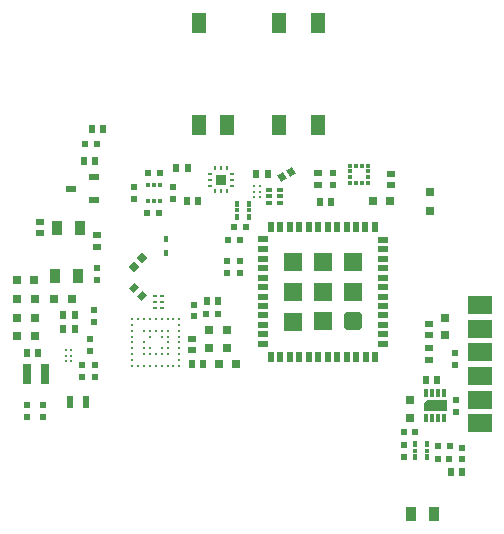
<source format=gbp>
G04*
G04 #@! TF.GenerationSoftware,Altium Limited,Altium Designer,19.1.9 (167)*
G04*
G04 Layer_Color=128*
%FSAX25Y25*%
%MOIN*%
G70*
G01*
G75*
%ADD28R,0.01575X0.01968*%
%ADD29R,0.07874X0.05906*%
%ADD30R,0.03543X0.05118*%
%ADD31R,0.01575X0.01968*%
%ADD32R,0.01575X0.01181*%
%ADD33R,0.02362X0.01968*%
%ADD34R,0.01968X0.02362*%
%ADD35R,0.03150X0.03150*%
%ADD36R,0.02362X0.02520*%
%ADD37R,0.01181X0.02756*%
%ADD38R,0.03937X0.01968*%
%ADD39R,0.02520X0.02362*%
%ADD40R,0.05906X0.05906*%
G04:AMPARAMS|DCode=41|XSize=59.06mil|YSize=59.06mil|CornerRadius=5.91mil|HoleSize=0mil|Usage=FLASHONLY|Rotation=90.000|XOffset=0mil|YOffset=0mil|HoleType=Round|Shape=RoundedRectangle|*
%AMROUNDEDRECTD41*
21,1,0.05906,0.04724,0,0,90.0*
21,1,0.04724,0.05906,0,0,90.0*
1,1,0.01181,0.02362,0.02362*
1,1,0.01181,0.02362,-0.02362*
1,1,0.01181,-0.02362,-0.02362*
1,1,0.01181,-0.02362,0.02362*
%
%ADD41ROUNDEDRECTD41*%
%ADD44R,0.03150X0.03150*%
%ADD45R,0.01181X0.01181*%
%ADD46R,0.01181X0.01181*%
G04:AMPARAMS|DCode=47|XSize=24.41mil|YSize=22.44mil|CornerRadius=0mil|HoleSize=0mil|Usage=FLASHONLY|Rotation=120.000|XOffset=0mil|YOffset=0mil|HoleType=Round|Shape=Rectangle|*
%AMROTATEDRECTD47*
4,1,4,0.01582,-0.00496,-0.00362,-0.01618,-0.01582,0.00496,0.00362,0.01618,0.01582,-0.00496,0.0*
%
%ADD47ROTATEDRECTD47*%

%ADD48C,0.01181*%
%ADD49R,0.01968X0.01181*%
%ADD50R,0.01181X0.01772*%
%ADD55R,0.01181X0.00787*%
G04:AMPARAMS|DCode=56|XSize=24.41mil|YSize=22.44mil|CornerRadius=0mil|HoleSize=0mil|Usage=FLASHONLY|Rotation=45.000|XOffset=0mil|YOffset=0mil|HoleType=Round|Shape=Rectangle|*
%AMROTATEDRECTD56*
4,1,4,-0.00070,-0.01656,-0.01656,-0.00070,0.00070,0.01656,0.01656,0.00070,-0.00070,-0.01656,0.0*
%
%ADD56ROTATEDRECTD56*%

G04:AMPARAMS|DCode=57|XSize=25.2mil|YSize=23.62mil|CornerRadius=0mil|HoleSize=0mil|Usage=FLASHONLY|Rotation=315.000|XOffset=0mil|YOffset=0mil|HoleType=Round|Shape=Rectangle|*
%AMROTATEDRECTD57*
4,1,4,-0.01726,0.00056,-0.00056,0.01726,0.01726,-0.00056,0.00056,-0.01726,-0.01726,0.00056,0.0*
%
%ADD57ROTATEDRECTD57*%

%ADD58R,0.02756X0.06693*%
%ADD60R,0.02362X0.04331*%
%ADD61R,0.03740X0.01890*%
%ADD63R,0.05118X0.07087*%
%ADD104R,0.01968X0.03780*%
%ADD105R,0.01929X0.03740*%
%ADD106R,0.01929X0.03740*%
%ADD107R,0.03740X0.01929*%
%ADD108R,0.01968X0.03780*%
%ADD109R,0.01968X0.03780*%
%ADD110R,0.03543X0.03543*%
%ADD111R,0.01673X0.00984*%
%ADD112R,0.00984X0.01673*%
%ADD113C,0.00039*%
G36*
X0852831Y3234173D02*
X0852832Y3233877D01*
X0845155Y3233876D01*
X0845155Y3234167D01*
X0845154Y3236633D01*
X0846139Y3237617D01*
X0852832Y3237617D01*
X0852831Y3234173D01*
D02*
G37*
G36*
X0821103Y3310084D02*
X0821103Y3309444D01*
X0820020D01*
Y3310428D01*
X0820759Y3310429D01*
X0821103Y3310084D01*
D02*
G37*
D28*
X0759272Y3291472D02*
D03*
Y3286747D02*
D03*
D29*
X0863958Y3269347D02*
D03*
Y3237851D02*
D03*
Y3261473D02*
D03*
Y3253599D02*
D03*
Y3245724D02*
D03*
Y3229977D02*
D03*
D30*
X0840965Y3199818D02*
D03*
X0848446D02*
D03*
X0729745Y3278952D02*
D03*
X0722265D02*
D03*
X0730510Y3295018D02*
D03*
X0723030D02*
D03*
D31*
X0846159Y3218522D02*
D03*
Y3223089D02*
D03*
X0842222Y3218522D02*
D03*
Y3223089D02*
D03*
X0782816Y3303165D02*
D03*
Y3298834D02*
D03*
X0786753Y3303165D02*
D03*
Y3298834D02*
D03*
D32*
X0846159Y3220805D02*
D03*
X0842222D02*
D03*
X0782816Y3300999D02*
D03*
X0786753D02*
D03*
D33*
X0838600Y3222735D02*
D03*
Y3218798D02*
D03*
X0857931Y3221790D02*
D03*
Y3217853D02*
D03*
X0855743Y3233716D02*
D03*
Y3237653D02*
D03*
X0855493Y3253362D02*
D03*
Y3249424D02*
D03*
X0814745Y3309306D02*
D03*
Y3313243D02*
D03*
X0761477Y3308617D02*
D03*
Y3304680D02*
D03*
X0779548Y3280054D02*
D03*
Y3283991D02*
D03*
X0783839Y3280054D02*
D03*
Y3283991D02*
D03*
X0768406Y3265566D02*
D03*
Y3269503D02*
D03*
X0748564Y3304759D02*
D03*
Y3308696D02*
D03*
X0712776Y3236117D02*
D03*
Y3232180D02*
D03*
X0718328Y3236117D02*
D03*
Y3232180D02*
D03*
X0731320Y3245291D02*
D03*
Y3249228D02*
D03*
X0735611Y3245251D02*
D03*
Y3249188D02*
D03*
X0733997Y3257923D02*
D03*
Y3253986D02*
D03*
X0735375Y3267731D02*
D03*
Y3263794D02*
D03*
X0736320Y3281590D02*
D03*
Y3277653D02*
D03*
D34*
X0838443Y3227105D02*
D03*
X0842379D02*
D03*
X0853757Y3222223D02*
D03*
X0849820D02*
D03*
X0853718Y3217853D02*
D03*
X0849781D02*
D03*
X0757265Y3313302D02*
D03*
X0753328D02*
D03*
X0753052Y3299877D02*
D03*
X0756989D02*
D03*
X0785926Y3295330D02*
D03*
X0781989D02*
D03*
X0783800Y3290960D02*
D03*
X0779863D02*
D03*
X0772698Y3266275D02*
D03*
X0776635D02*
D03*
X0732225Y3323046D02*
D03*
X0736162D02*
D03*
D35*
X0840664Y3231787D02*
D03*
Y3237692D02*
D03*
X0852383Y3259228D02*
D03*
Y3265133D02*
D03*
X0773406Y3261078D02*
D03*
Y3255172D02*
D03*
X0779627Y3261039D02*
D03*
Y3255133D02*
D03*
X0847068Y3306984D02*
D03*
Y3300684D02*
D03*
D36*
X0854233Y3213597D02*
D03*
X0858013D02*
D03*
X0849562Y3244464D02*
D03*
X0845782D02*
D03*
X0814312Y3303676D02*
D03*
X0810532D02*
D03*
X0789312Y3312928D02*
D03*
X0793091D02*
D03*
X0766398Y3314857D02*
D03*
X0762619D02*
D03*
X0766162Y3304149D02*
D03*
X0769942D02*
D03*
X0772855Y3270724D02*
D03*
X0776635D02*
D03*
X0767776Y3249779D02*
D03*
X0771556D02*
D03*
X0728761Y3265993D02*
D03*
X0724981D02*
D03*
X0728800Y3261505D02*
D03*
X0725021D02*
D03*
X0712776Y3253513D02*
D03*
X0716556D02*
D03*
X0731832Y3317338D02*
D03*
X0735611D02*
D03*
X0734509Y3328125D02*
D03*
X0738288D02*
D03*
D37*
X0846040Y3239880D02*
D03*
X0848009D02*
D03*
X0849977D02*
D03*
X0851946D02*
D03*
Y3231613D02*
D03*
X0849977D02*
D03*
X0848009D02*
D03*
X0846040D02*
D03*
D38*
X0848993Y3235746D02*
D03*
D39*
X0846950Y3254897D02*
D03*
Y3251117D02*
D03*
Y3259228D02*
D03*
Y3263007D02*
D03*
X0834115Y3309346D02*
D03*
Y3313125D02*
D03*
X0809824Y3313243D02*
D03*
Y3309464D02*
D03*
X0767934Y3257968D02*
D03*
Y3254188D02*
D03*
X0736280Y3288794D02*
D03*
Y3292574D02*
D03*
X0717068Y3297102D02*
D03*
Y3293322D02*
D03*
D40*
X0801713Y3283598D02*
D03*
Y3273755D02*
D03*
Y3263814D02*
D03*
X0811556Y3283598D02*
D03*
Y3273755D02*
D03*
Y3263913D02*
D03*
X0821398Y3283598D02*
D03*
X0821398Y3273755D02*
D03*
D41*
X0821398Y3263913D02*
D03*
D44*
X0828091Y3304031D02*
D03*
X0833997D02*
D03*
X0782698Y3249543D02*
D03*
X0776792D02*
D03*
X0727776Y3271427D02*
D03*
X0721871D02*
D03*
X0709509Y3265167D02*
D03*
X0715414D02*
D03*
X0709509Y3258907D02*
D03*
X0715414D02*
D03*
X0709509Y3271427D02*
D03*
X0715414D02*
D03*
X0715375Y3277653D02*
D03*
X0709469D02*
D03*
D45*
X0820572Y3309936D02*
D03*
Y3311905D02*
D03*
Y3313873D02*
D03*
Y3315842D02*
D03*
X0826477D02*
D03*
Y3313873D02*
D03*
Y3311905D02*
D03*
Y3309936D02*
D03*
D46*
X0822540Y3315842D02*
D03*
X0824509Y3315842D02*
D03*
Y3309936D02*
D03*
X0822540D02*
D03*
D47*
X0801032Y3313814D02*
D03*
X0797827Y3311964D02*
D03*
D48*
X0788623Y3305409D02*
D03*
X0790394D02*
D03*
X0788623Y3307180D02*
D03*
X0790394D02*
D03*
X0788623Y3308952D02*
D03*
X0790394D02*
D03*
X0761713Y3264739D02*
D03*
X0759745D02*
D03*
X0757776D02*
D03*
X0755808D02*
D03*
X0753839D02*
D03*
X0751871D02*
D03*
X0749902D02*
D03*
X0747934D02*
D03*
Y3262771D02*
D03*
X0759745Y3260802D02*
D03*
X0757776D02*
D03*
X0755808D02*
D03*
X0753839D02*
D03*
X0751871D02*
D03*
X0747934D02*
D03*
X0759745Y3258834D02*
D03*
X0757776D02*
D03*
X0753839D02*
D03*
X0747934D02*
D03*
X0759745Y3256865D02*
D03*
X0751871D02*
D03*
X0747934D02*
D03*
X0759745Y3254897D02*
D03*
X0757776D02*
D03*
X0753839D02*
D03*
X0751871D02*
D03*
X0747934D02*
D03*
X0759745Y3252929D02*
D03*
X0757776D02*
D03*
X0755808D02*
D03*
X0753839D02*
D03*
X0751871D02*
D03*
X0747934D02*
D03*
Y3250960D02*
D03*
X0761713Y3248991D02*
D03*
X0759745D02*
D03*
X0757776D02*
D03*
X0755808D02*
D03*
X0753839D02*
D03*
X0751871D02*
D03*
X0749902D02*
D03*
X0747934D02*
D03*
X0763682Y3264739D02*
D03*
Y3262771D02*
D03*
Y3260802D02*
D03*
Y3258834D02*
D03*
Y3256865D02*
D03*
Y3254897D02*
D03*
Y3252929D02*
D03*
Y3250960D02*
D03*
Y3248991D02*
D03*
X0727678Y3254222D02*
D03*
Y3252411D02*
D03*
Y3250600D02*
D03*
X0725887Y3254222D02*
D03*
Y3252411D02*
D03*
Y3250600D02*
D03*
D49*
X0797383Y3303401D02*
D03*
Y3305566D02*
D03*
Y3307732D02*
D03*
X0793446Y3303401D02*
D03*
Y3305566D02*
D03*
Y3307732D02*
D03*
D50*
X0757107Y3309247D02*
D03*
X0755139D02*
D03*
X0753170D02*
D03*
X0757107Y3303932D02*
D03*
X0755139D02*
D03*
X0753170D02*
D03*
D55*
X0757816Y3268361D02*
D03*
Y3270330D02*
D03*
Y3272298D02*
D03*
X0755453D02*
D03*
Y3270330D02*
D03*
Y3268361D02*
D03*
D56*
X0751171Y3272250D02*
D03*
X0748555Y3274867D02*
D03*
D57*
X0751239Y3284855D02*
D03*
X0748566Y3282183D02*
D03*
D58*
X0719036Y3246505D02*
D03*
X0712737D02*
D03*
D60*
X0727068Y3236865D02*
D03*
X0732580D02*
D03*
D61*
X0735335Y3311905D02*
D03*
Y3304267D02*
D03*
X0727698Y3308086D02*
D03*
D63*
X0770139Y3329346D02*
D03*
X0779587D02*
D03*
X0796910D02*
D03*
X0809902D02*
D03*
X0770139Y3363204D02*
D03*
X0809902D02*
D03*
X0796910D02*
D03*
D104*
X0828898Y3251976D02*
D03*
D105*
X0825768Y3251956D02*
D03*
X0822579D02*
D03*
X0816280Y3251956D02*
D03*
X0813131D02*
D03*
X0809981Y3251956D02*
D03*
X0806832Y3251956D02*
D03*
X0803682D02*
D03*
X0800532Y3251956D02*
D03*
X0797383Y3251956D02*
D03*
X0794233D02*
D03*
D106*
X0819430Y3251956D02*
D03*
D107*
X0791556Y3256405D02*
D03*
Y3259554D02*
D03*
Y3262743D02*
D03*
X0791556Y3265893D02*
D03*
X0791556Y3269003D02*
D03*
X0791556Y3272153D02*
D03*
X0791556Y3275303D02*
D03*
Y3278452D02*
D03*
Y3281602D02*
D03*
X0791556Y3284751D02*
D03*
Y3287940D02*
D03*
X0791556Y3291247D02*
D03*
X0831556Y3256405D02*
D03*
X0831595Y3259594D02*
D03*
Y3262743D02*
D03*
X0831595Y3265893D02*
D03*
X0831595Y3269043D02*
D03*
X0831595Y3272153D02*
D03*
X0831595Y3275302D02*
D03*
Y3278452D02*
D03*
X0831595Y3281601D02*
D03*
X0831595Y3284751D02*
D03*
Y3287901D02*
D03*
Y3291090D02*
D03*
D108*
X0828859Y3295519D02*
D03*
X0825709D02*
D03*
X0819410D02*
D03*
X0809962D02*
D03*
X0806812D02*
D03*
X0800513D02*
D03*
X0797363D02*
D03*
D109*
X0822560D02*
D03*
X0816261D02*
D03*
X0813111D02*
D03*
X0803662D02*
D03*
X0794213D02*
D03*
D110*
X0777540Y3311117D02*
D03*
D111*
X0781328Y3309149D02*
D03*
X0781328Y3311117D02*
D03*
X0781328Y3313086D02*
D03*
X0773751Y3313086D02*
D03*
X0773751Y3311117D02*
D03*
Y3309149D02*
D03*
D112*
X0779509Y3314905D02*
D03*
X0777540Y3314905D02*
D03*
X0775572Y3314905D02*
D03*
X0775572Y3307330D02*
D03*
X0777540Y3307330D02*
D03*
X0779509Y3307330D02*
D03*
D113*
X0855749Y3287180D02*
D03*
X0850749D02*
D03*
X0855749Y3282180D02*
D03*
X0850749D02*
D03*
X0855749Y3277180D02*
D03*
X0850749D02*
D03*
M02*

</source>
